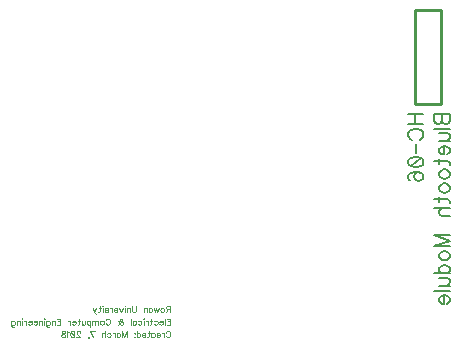
<source format=gbo>
G04 DipTrace 3.2.0.1*
G04 BottomSilk.gbo*
%MOIN*%
G04 #@! TF.FileFunction,Legend,Bot*
G04 #@! TF.Part,Single*
%ADD10C,0.009843*%
%ADD63C,0.00772*%
%ADD66C,0.003088*%
%FSLAX26Y26*%
G04*
G70*
G90*
G75*
G01*
G04 BotSilk*
%LPD*%
X1932104Y1247811D2*
D10*
Y1562772D1*
X2018718Y1247811D2*
Y1562772D1*
X1932104Y1247811D2*
X2018718D1*
X1932104Y1562772D2*
X2018718D1*
X1996138Y1215089D2*
D63*
X2046378D1*
Y1193534D1*
X2043947Y1186349D1*
X2041570Y1183972D1*
X2036817Y1181596D1*
X2029632D1*
X2024823Y1183972D1*
X2022447Y1186349D1*
X2020070Y1193534D1*
X2017638Y1186349D1*
X2015262Y1183972D1*
X2010509Y1181596D1*
X2005700D1*
X2000947Y1183972D1*
X1998515Y1186349D1*
X1996138Y1193534D1*
Y1215089D1*
X2020070D2*
Y1193534D1*
X1996138Y1166157D2*
X2046378D1*
X2012885Y1150717D2*
X2036817D1*
X2043947Y1148341D1*
X2046378Y1143532D1*
Y1136347D1*
X2043947Y1131594D1*
X2036817Y1124409D1*
X2012885D2*
X2046378D1*
X2027255Y1108970D2*
Y1080285D1*
X2022447D1*
X2017638Y1082661D1*
X2015262Y1085038D1*
X2012885Y1089846D1*
Y1097032D1*
X2015262Y1101785D1*
X2020070Y1106593D1*
X2027255Y1108970D1*
X2032008D1*
X2039193Y1106593D1*
X2043947Y1101785D1*
X2046378Y1097032D1*
Y1089846D1*
X2043947Y1085038D1*
X2039193Y1080285D1*
X1996138Y1057661D2*
X2036817D1*
X2043947Y1055284D1*
X2046378Y1050476D1*
Y1045722D1*
X2012885Y1064846D2*
Y1048099D1*
Y1018345D2*
X2015262Y1023098D1*
X2020070Y1027907D1*
X2027255Y1030283D1*
X2032008D1*
X2039193Y1027907D1*
X2043947Y1023098D1*
X2046378Y1018345D1*
Y1011160D1*
X2043947Y1006351D1*
X2039193Y1001598D1*
X2032008Y999166D1*
X2027255D1*
X2020070Y1001598D1*
X2015262Y1006351D1*
X2012885Y1011160D1*
Y1018345D1*
Y971789D2*
X2015262Y976542D1*
X2020070Y981351D1*
X2027255Y983727D1*
X2032008D1*
X2039193Y981351D1*
X2043947Y976542D1*
X2046378Y971789D1*
Y964604D1*
X2043947Y959795D1*
X2039193Y955042D1*
X2032008Y952610D1*
X2027255D1*
X2020070Y955042D1*
X2015262Y959795D1*
X2012885Y964604D1*
Y971789D1*
X1996139Y929986D2*
X2036817D1*
X2043947Y927610D1*
X2046378Y922801D1*
Y918048D1*
X2012885Y937171D2*
Y920424D1*
X1996139Y902609D2*
X2046378D1*
X2022447D2*
X2015262Y895424D1*
X2012885Y890615D1*
Y883430D1*
X2015262Y878677D1*
X2022447Y876300D1*
X2046378D1*
X2046379Y774014D2*
X1996139D1*
X2046378Y793137D1*
X1996139Y812260D1*
X2046378D1*
X2012885Y746636D2*
X2015262Y751389D1*
X2020070Y756198D1*
X2027255Y758574D1*
X2032008D1*
X2039193Y756198D1*
X2043947Y751389D1*
X2046379Y746636D1*
Y739451D1*
X2043947Y734643D1*
X2039193Y729889D1*
X2032008Y727458D1*
X2027255D1*
X2020070Y729889D1*
X2015262Y734643D1*
X2012885Y739451D1*
Y746636D1*
X1996139Y683334D2*
X2046379Y683333D1*
X2020070D2*
X2015262Y688087D1*
X2012885Y692895D1*
Y700080D1*
X2015262Y704833D1*
X2020070Y709642D1*
X2027255Y712018D1*
X2032008D1*
X2039193Y709642D1*
X2043947Y704833D1*
X2046379Y700080D1*
Y692895D1*
X2043947Y688087D1*
X2039193Y683333D1*
X2012885Y667894D2*
X2036817D1*
X2043947Y665518D1*
X2046379Y660709D1*
Y653524D1*
X2043947Y648771D1*
X2036817Y641586D1*
X2012885D2*
X2046379D1*
X1996139Y626147D2*
X2046379D1*
X2027255Y610708D2*
Y582023D1*
X2022447D1*
X2017638Y584399D1*
X2015262Y586776D1*
X2012885Y591584D1*
Y598769D1*
X2015262Y603523D1*
X2020070Y608331D1*
X2027255Y610708D1*
X2032008D1*
X2039194Y608331D1*
X2043947Y603522D1*
X2046379Y598769D1*
Y591584D1*
X2043947Y586776D1*
X2039193Y582023D1*
X1908925Y1214378D2*
X1959165D1*
X1908925Y1180885D2*
X1959165D1*
X1932856Y1214378D2*
Y1180885D1*
X1920863Y1129576D2*
X1916110Y1131952D1*
X1911301Y1136761D1*
X1908925Y1141514D1*
Y1151076D1*
X1911301Y1155884D1*
X1916110Y1160637D1*
X1920863Y1163069D1*
X1928048Y1165446D1*
X1940041D1*
X1947171Y1163069D1*
X1951980Y1160637D1*
X1956733Y1155884D1*
X1959165Y1151076D1*
Y1141514D1*
X1956733Y1136761D1*
X1951980Y1131952D1*
X1947171Y1129576D1*
X1934072Y1114137D2*
Y1086502D1*
X1908980Y1056693D2*
X1911356Y1063878D1*
X1918542Y1068686D1*
X1930480Y1071063D1*
X1937665D1*
X1949603Y1068686D1*
X1956788Y1063878D1*
X1959165Y1056692D1*
Y1051939D1*
X1956788Y1044754D1*
X1949603Y1040001D1*
X1937665Y1037569D1*
X1930480D1*
X1918542Y1040001D1*
X1911356Y1044754D1*
X1908980Y1051939D1*
Y1056693D1*
X1918542Y1040001D2*
X1949603Y1068686D1*
X1916110Y993445D2*
X1911356Y995822D1*
X1908980Y1003007D1*
Y1007760D1*
X1911356Y1014945D1*
X1918542Y1019753D1*
X1930480Y1022130D1*
X1942418D1*
X1951980Y1019753D1*
X1956788Y1014945D1*
X1959165Y1007760D1*
Y1005383D1*
X1956788Y998254D1*
X1951980Y993445D1*
X1944794Y991069D1*
X1942418D1*
X1935233Y993445D1*
X1930480Y998254D1*
X1928103Y1005383D1*
Y1007760D1*
X1930480Y1014945D1*
X1935233Y1019753D1*
X1942418Y1022130D1*
X1114780Y564889D2*
D66*
X1106180D1*
X1103306Y565862D1*
X1102334Y566813D1*
X1101383Y568714D1*
Y570637D1*
X1102334Y572539D1*
X1103306Y573511D1*
X1106180Y574462D1*
X1114780D1*
Y554366D1*
X1108082Y564889D2*
X1101383Y554366D1*
X1090432Y567763D2*
X1092333Y566813D1*
X1094257Y564889D1*
X1095207Y562015D1*
Y560114D1*
X1094257Y557240D1*
X1092333Y555339D1*
X1090432Y554366D1*
X1087558D1*
X1085635Y555339D1*
X1083733Y557240D1*
X1082761Y560114D1*
Y562015D1*
X1083733Y564889D1*
X1085635Y566813D1*
X1087558Y567763D1*
X1090432D1*
X1076585D2*
X1072760Y554366D1*
X1068936Y567763D1*
X1065111Y554366D1*
X1061286Y567763D1*
X1043637D2*
Y554366D1*
Y564889D2*
X1045538Y566813D1*
X1047461Y567763D1*
X1050313D1*
X1052237Y566813D1*
X1054138Y564889D1*
X1055111Y562015D1*
Y560114D1*
X1054138Y557240D1*
X1052237Y555339D1*
X1050313Y554366D1*
X1047461D1*
X1045538Y555339D1*
X1043637Y557240D1*
X1037461Y567763D2*
Y554366D1*
Y563939D2*
X1034587Y566813D1*
X1032664Y567763D1*
X1029812D1*
X1027888Y566813D1*
X1026938Y563939D1*
Y554366D1*
X1001322Y574462D2*
Y560114D1*
X1000371Y557240D1*
X998448Y555339D1*
X995574Y554366D1*
X993672D1*
X990798Y555339D1*
X988875Y557240D1*
X987924Y560114D1*
Y574462D1*
X981749Y567763D2*
Y554366D1*
Y563939D2*
X978875Y566813D1*
X976951Y567763D1*
X974099D1*
X972176Y566813D1*
X971225Y563939D1*
Y554366D1*
X965050Y574462D2*
X964099Y573511D1*
X963126Y574462D1*
X964099Y575435D1*
X965050Y574462D1*
X964099Y567763D2*
Y554366D1*
X956950Y567763D2*
X951202Y554366D1*
X945476Y567763D1*
X939301Y562015D2*
X927827D1*
Y563939D1*
X928777Y565862D1*
X929728Y566813D1*
X931651Y567763D1*
X934525D1*
X936427Y566813D1*
X938350Y564889D1*
X939301Y562015D1*
Y560114D1*
X938350Y557240D1*
X936427Y555339D1*
X934525Y554366D1*
X931651D1*
X929728Y555339D1*
X927827Y557240D1*
X921651Y567763D2*
Y554366D1*
Y562015D2*
X920678Y564889D1*
X918777Y566813D1*
X916854Y567763D1*
X913980D1*
X897281Y564889D2*
X898231Y566813D1*
X901105Y567763D1*
X903979D1*
X906853Y566813D1*
X907804Y564889D1*
X906853Y562988D1*
X904930Y562015D1*
X900155Y561065D1*
X898231Y560114D1*
X897281Y558191D1*
Y557240D1*
X898231Y555339D1*
X901105Y554366D1*
X903979D1*
X906853Y555339D1*
X907804Y557240D1*
X891105Y574462D2*
X890154Y573511D1*
X889182Y574462D1*
X890154Y575435D1*
X891105Y574462D1*
X890154Y567763D2*
Y554366D1*
X880132Y574462D2*
Y558191D1*
X879181Y555339D1*
X877258Y554366D1*
X875357D1*
X883006Y567763D2*
X876307D1*
X868208D2*
X862482Y554366D1*
X864384Y550541D1*
X866307Y548618D1*
X868208Y547667D1*
X869181D1*
X856734Y567763D2*
X862482Y554366D1*
X1102977Y532937D2*
X1115401D1*
Y512841D1*
X1102977D1*
X1115401Y523364D2*
X1107752D1*
X1096801Y532937D2*
Y512841D1*
X1090625Y520490D2*
X1079151D1*
Y522414D1*
X1080102Y524337D1*
X1081053Y525288D1*
X1082976Y526238D1*
X1085850D1*
X1087751Y525288D1*
X1089675Y523364D1*
X1090625Y520490D1*
Y518589D1*
X1089675Y515715D1*
X1087751Y513814D1*
X1085850Y512841D1*
X1082976D1*
X1081053Y513814D1*
X1079151Y515715D1*
X1061479Y523364D2*
X1063403Y525288D1*
X1065326Y526238D1*
X1068178D1*
X1070102Y525288D1*
X1072003Y523364D1*
X1072976Y520490D1*
Y518589D1*
X1072003Y515715D1*
X1070102Y513814D1*
X1068178Y512841D1*
X1065326D1*
X1063403Y513814D1*
X1061479Y515715D1*
X1052430Y532937D2*
Y516666D1*
X1051479Y513814D1*
X1049556Y512841D1*
X1047654D1*
X1055304Y526238D2*
X1048605D1*
X1041479D2*
Y512841D1*
Y520490D2*
X1040506Y523364D1*
X1038605Y525288D1*
X1036681Y526238D1*
X1033807D1*
X1027632Y532937D2*
X1026681Y531986D1*
X1025708Y532937D1*
X1026681Y533910D1*
X1027632Y532937D1*
X1026681Y526238D2*
Y512841D1*
X1008037Y523364D2*
X1009960Y525288D1*
X1011883Y526238D1*
X1014735D1*
X1016659Y525288D1*
X1018560Y523364D1*
X1019533Y520490D1*
Y518589D1*
X1018560Y515715D1*
X1016659Y513814D1*
X1014735Y512841D1*
X1011883D1*
X1009960Y513814D1*
X1008037Y515715D1*
X990387Y526238D2*
Y512841D1*
Y523364D2*
X992288Y525288D1*
X994212Y526238D1*
X997063D1*
X998987Y525288D1*
X1000888Y523364D1*
X1001861Y520490D1*
Y518589D1*
X1000888Y515715D1*
X998987Y513814D1*
X997063Y512841D1*
X994212D1*
X992288Y513814D1*
X990387Y515715D1*
X984211Y532937D2*
Y512841D1*
X940422Y526238D2*
X941395D1*
X942346Y525266D1*
X943296Y523364D1*
X945220Y518589D1*
X947121Y515715D1*
X949022Y513792D1*
X950946Y512841D1*
X954770D1*
X956672Y513792D1*
X957644Y514764D1*
X958595Y516666D1*
Y518589D1*
X957644Y520490D1*
X956672Y521441D1*
X949995Y525266D1*
X949022Y526238D1*
X948072Y528140D1*
Y530063D1*
X949022Y531964D1*
X950946Y532915D1*
X952847Y531964D1*
X953820Y530063D1*
Y528140D1*
X952847Y525266D1*
X950946Y522414D1*
X946171Y515715D1*
X944247Y513792D1*
X942346Y512841D1*
X940422D1*
X900458Y528162D2*
X901409Y530063D1*
X903332Y531986D1*
X905234Y532937D1*
X909058D1*
X910982Y531986D1*
X912883Y530063D1*
X913856Y528162D1*
X914806Y525288D1*
Y520490D1*
X913856Y517638D1*
X912883Y515715D1*
X910982Y513814D1*
X909058Y512841D1*
X905234D1*
X903332Y513814D1*
X901409Y515715D1*
X900458Y517638D1*
X889507Y526238D2*
X891409Y525288D1*
X893332Y523364D1*
X894283Y520490D1*
Y518589D1*
X893332Y515715D1*
X891409Y513814D1*
X889507Y512841D1*
X886633D1*
X884710Y513814D1*
X882809Y515715D1*
X881836Y518589D1*
Y520490D1*
X882809Y523364D1*
X884710Y525288D1*
X886633Y526238D1*
X889507D1*
X875660D2*
Y512841D1*
Y522414D2*
X872786Y525288D1*
X870863Y526238D1*
X868011D1*
X866088Y525288D1*
X865137Y522414D1*
Y512841D1*
Y522414D2*
X862263Y525288D1*
X860340Y526238D1*
X857488D1*
X855564Y525288D1*
X854592Y522414D1*
Y512841D1*
X848416Y526238D2*
Y506142D1*
Y523364D2*
X846492Y525266D1*
X844591Y526238D1*
X841717D1*
X839794Y525266D1*
X837893Y523364D1*
X836920Y520490D1*
Y518567D1*
X837893Y515715D1*
X839794Y513792D1*
X841717Y512841D1*
X844591D1*
X846492Y513792D1*
X848416Y515715D1*
X830744Y526238D2*
Y516666D1*
X829793Y513814D1*
X827870Y512841D1*
X824996D1*
X823095Y513814D1*
X820221Y516666D1*
Y526238D2*
Y512841D1*
X811171Y532937D2*
Y516666D1*
X810220Y513814D1*
X808297Y512841D1*
X806396D1*
X814045Y526238D2*
X807346D1*
X800220Y520490D2*
X788746D1*
Y522414D1*
X789697Y524337D1*
X790647Y525288D1*
X792571Y526238D1*
X795445D1*
X797346Y525288D1*
X799269Y523364D1*
X800220Y520490D1*
Y518589D1*
X799269Y515715D1*
X797346Y513814D1*
X795445Y512841D1*
X792571D1*
X790647Y513814D1*
X788746Y515715D1*
X782570Y526238D2*
Y512841D1*
Y520490D2*
X781598Y523364D1*
X779696Y525288D1*
X777773Y526238D1*
X774899D1*
X736858Y532937D2*
X749283D1*
Y512841D1*
X736858D1*
X749283Y523364D2*
X741634D1*
X730683Y526238D2*
Y512841D1*
Y522414D2*
X727809Y525288D1*
X725885Y526238D1*
X723033D1*
X721110Y525288D1*
X720159Y522414D1*
Y512841D1*
X702510Y525288D2*
Y509967D1*
X703460Y507115D1*
X704411Y506142D1*
X706334Y505192D1*
X709208D1*
X711110Y506142D1*
X702510Y522414D2*
X704411Y524315D1*
X706334Y525288D1*
X709208D1*
X711110Y524315D1*
X713033Y522414D1*
X713984Y519540D1*
Y517616D1*
X713033Y514764D1*
X711110Y512841D1*
X709208Y511890D1*
X706334D1*
X704411Y512841D1*
X702510Y514764D1*
X696334Y532937D2*
X695383Y531986D1*
X694411Y532937D1*
X695383Y533910D1*
X696334Y532937D1*
X695383Y526238D2*
Y512841D1*
X688235Y526238D2*
Y512841D1*
Y522414D2*
X685361Y525288D1*
X683438Y526238D1*
X680586D1*
X678662Y525288D1*
X677712Y522414D1*
Y512841D1*
X671536Y520490D2*
X660062D1*
Y522414D1*
X661013Y524337D1*
X661963Y525288D1*
X663887Y526238D1*
X666761D1*
X668662Y525288D1*
X670585Y523364D1*
X671536Y520490D1*
Y518589D1*
X670585Y515715D1*
X668662Y513814D1*
X666761Y512841D1*
X663887D1*
X661963Y513814D1*
X660062Y515715D1*
X653886Y520490D2*
X642412D1*
Y522414D1*
X643363Y524337D1*
X644314Y525288D1*
X646237Y526238D1*
X649111D1*
X651012Y525288D1*
X652936Y523364D1*
X653886Y520490D1*
Y518589D1*
X652936Y515715D1*
X651012Y513814D1*
X649111Y512841D1*
X646237D1*
X644314Y513814D1*
X642412Y515715D1*
X636237Y526238D2*
Y512841D1*
Y520490D2*
X635264Y523364D1*
X633363Y525288D1*
X631439Y526238D1*
X628565D1*
X622389Y532937D2*
X621439Y531986D1*
X620466Y532937D1*
X621439Y533910D1*
X622389Y532937D1*
X621439Y526238D2*
Y512841D1*
X614290Y526238D2*
Y512841D1*
Y522414D2*
X611416Y525288D1*
X609493Y526238D1*
X606641D1*
X604718Y525288D1*
X603767Y522414D1*
Y512841D1*
X586117Y525288D2*
Y509967D1*
X587068Y507115D1*
X588019Y506142D1*
X589942Y505192D1*
X592816D1*
X594717Y506142D1*
X586117Y522414D2*
X588019Y524315D1*
X589942Y525288D1*
X592816D1*
X594717Y524315D1*
X596641Y522414D1*
X597591Y519540D1*
Y517616D1*
X596641Y514764D1*
X594717Y512841D1*
X592816Y511890D1*
X589942D1*
X588019Y512841D1*
X586117Y514764D1*
X1101689Y486572D2*
X1102640Y488474D1*
X1104563Y490397D1*
X1106465Y491348D1*
X1110289D1*
X1112213Y490397D1*
X1114114Y488474D1*
X1115087Y486572D1*
X1116037Y483698D1*
Y478901D1*
X1115087Y476049D1*
X1114114Y474126D1*
X1112213Y472224D1*
X1110289Y471252D1*
X1106465D1*
X1104563Y472224D1*
X1102640Y474126D1*
X1101689Y476049D1*
X1095514Y484649D2*
Y471252D1*
Y478901D2*
X1094541Y481775D1*
X1092640Y483698D1*
X1090716Y484649D1*
X1087842D1*
X1081666Y478901D2*
X1070193D1*
Y480824D1*
X1071143Y482748D1*
X1072094Y483698D1*
X1074017Y484649D1*
X1076891D1*
X1078792Y483698D1*
X1080716Y481775D1*
X1081666Y478901D1*
Y477000D1*
X1080716Y474126D1*
X1078792Y472224D1*
X1076891Y471252D1*
X1074017D1*
X1072094Y472224D1*
X1070193Y474126D1*
X1052543Y484649D2*
Y471252D1*
Y481775D2*
X1054444Y483698D1*
X1056368Y484649D1*
X1059219D1*
X1061143Y483698D1*
X1063044Y481775D1*
X1064017Y478901D1*
Y477000D1*
X1063044Y474126D1*
X1061143Y472224D1*
X1059219Y471252D1*
X1056368D1*
X1054444Y472224D1*
X1052543Y474126D1*
X1043493Y491348D2*
Y475076D1*
X1042543Y472224D1*
X1040619Y471252D1*
X1038718D1*
X1046367Y484649D2*
X1039668D1*
X1032542Y478901D2*
X1021068D1*
Y480824D1*
X1022019Y482748D1*
X1022969Y483698D1*
X1024893Y484649D1*
X1027767D1*
X1029668Y483698D1*
X1031592Y481775D1*
X1032542Y478901D1*
Y477000D1*
X1031592Y474126D1*
X1029668Y472224D1*
X1027767Y471252D1*
X1024893D1*
X1022969Y472224D1*
X1021068Y474126D1*
X1003419Y491348D2*
Y471252D1*
Y481775D2*
X1005320Y483698D1*
X1007243Y484649D1*
X1010117D1*
X1012018Y483698D1*
X1013942Y481775D1*
X1014893Y478901D1*
Y477000D1*
X1013942Y474126D1*
X1012018Y472224D1*
X1010117Y471252D1*
X1007243D1*
X1005320Y472224D1*
X1003419Y474126D1*
X996270Y484649D2*
X997243Y483676D1*
X996270Y482726D1*
X995319Y483676D1*
X996270Y484649D1*
Y473175D2*
X997243Y472202D1*
X996270Y471252D1*
X995319Y472202D1*
X996270Y473175D1*
X954405Y471252D2*
Y491348D1*
X962054Y471252D1*
X969703Y491348D1*
Y471252D1*
X936755Y484649D2*
Y471252D1*
Y481775D2*
X938656Y483698D1*
X940580Y484649D1*
X943432D1*
X945355Y483698D1*
X947256Y481775D1*
X948229Y478901D1*
Y477000D1*
X947256Y474126D1*
X945355Y472224D1*
X943432Y471252D1*
X940580D1*
X938656Y472224D1*
X936755Y474126D1*
X930579Y484649D2*
Y471252D1*
Y478901D2*
X929607Y481775D1*
X927705Y483698D1*
X925782Y484649D1*
X922908D1*
X905236Y481775D2*
X907160Y483698D1*
X909083Y484649D1*
X911935D1*
X913858Y483698D1*
X915760Y481775D1*
X916732Y478901D1*
Y477000D1*
X915760Y474126D1*
X913858Y472224D1*
X911935Y471252D1*
X909083D1*
X907160Y472224D1*
X905236Y474126D1*
X899061Y491348D2*
Y471252D1*
Y480824D2*
X896187Y483698D1*
X894263Y484649D1*
X891389D1*
X889488Y483698D1*
X888537Y480824D1*
Y471252D1*
X859097D2*
X849524Y491326D1*
X862921D1*
X841425Y472202D2*
X842397Y471252D1*
X843348Y472202D1*
X842397Y473175D1*
X841425Y472202D1*
Y470301D1*
X842397Y468378D1*
X843348Y467427D1*
X814836Y486550D2*
Y487501D1*
X813885Y489424D1*
X812935Y490375D1*
X811011Y491326D1*
X807187D1*
X805285Y490375D1*
X804335Y489424D1*
X803362Y487501D1*
Y485600D1*
X804335Y483676D1*
X806236Y480824D1*
X815809Y471252D1*
X802411D1*
X790488Y491326D2*
X793362Y490375D1*
X795285Y487501D1*
X796236Y482726D1*
Y479852D1*
X795285Y475076D1*
X793362Y472202D1*
X790488Y471252D1*
X788586D1*
X785712Y472202D1*
X783811Y475076D1*
X782838Y479852D1*
Y482726D1*
X783811Y487501D1*
X785712Y490375D1*
X788586Y491326D1*
X790488D1*
X783811Y487501D2*
X795285Y475076D1*
X776663Y487501D2*
X774739Y488474D1*
X771865Y491326D1*
Y471252D1*
X760914Y491326D2*
X763766Y490375D1*
X764739Y488474D1*
Y486550D1*
X763766Y484649D1*
X761865Y483676D1*
X758040Y482726D1*
X755166Y481775D1*
X753265Y479852D1*
X752314Y477950D1*
Y475076D1*
X753265Y473175D1*
X754216Y472202D1*
X757090Y471252D1*
X760914D1*
X763766Y472202D1*
X764739Y473175D1*
X765689Y475076D1*
Y477950D1*
X764739Y479852D1*
X762815Y481775D1*
X759964Y482726D1*
X756139Y483676D1*
X754216Y484649D1*
X753265Y486550D1*
Y488474D1*
X754216Y490375D1*
X757090Y491326D1*
X760914D1*
M02*

</source>
